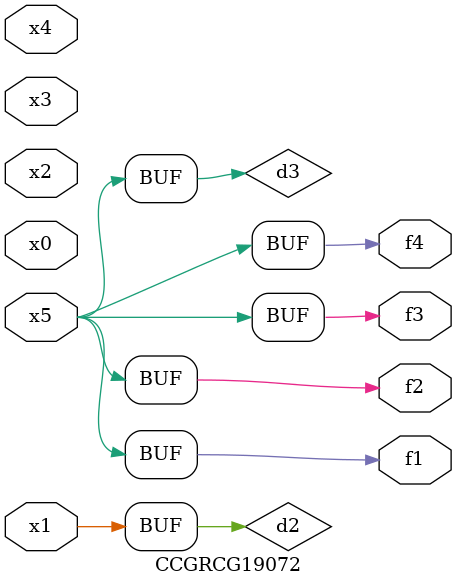
<source format=v>
module CCGRCG19072(
	input x0, x1, x2, x3, x4, x5,
	output f1, f2, f3, f4
);

	wire d1, d2, d3;

	not (d1, x5);
	or (d2, x1);
	xnor (d3, d1);
	assign f1 = d3;
	assign f2 = d3;
	assign f3 = d3;
	assign f4 = d3;
endmodule

</source>
